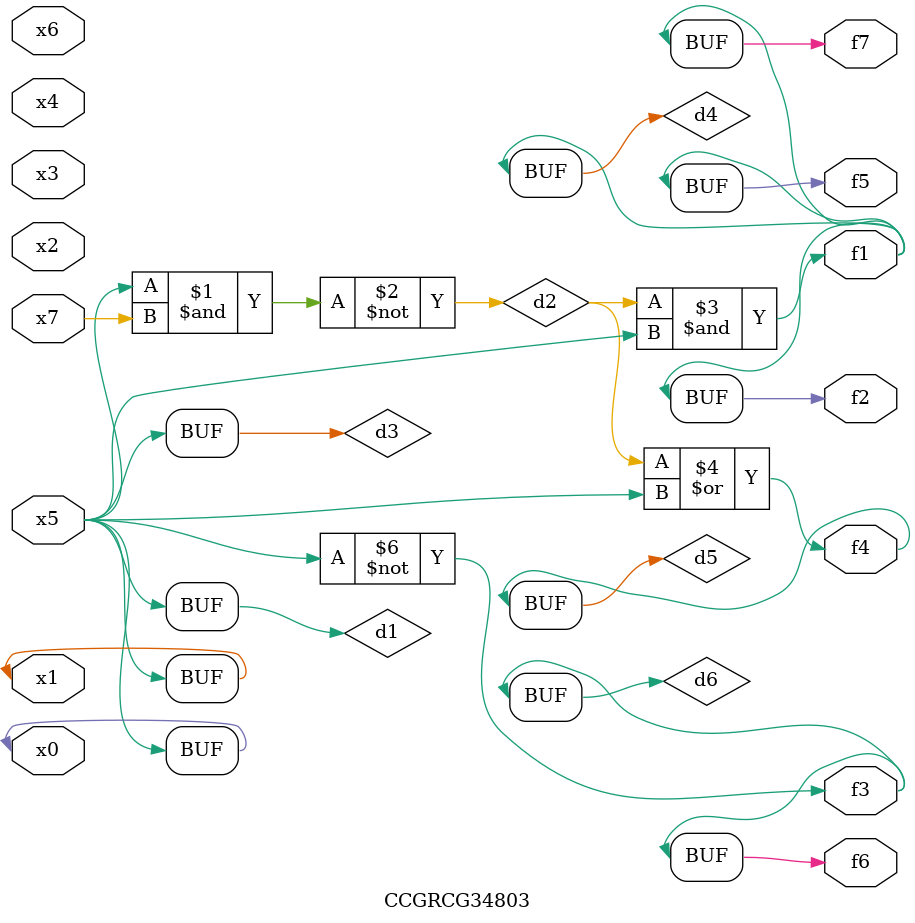
<source format=v>
module CCGRCG34803(
	input x0, x1, x2, x3, x4, x5, x6, x7,
	output f1, f2, f3, f4, f5, f6, f7
);

	wire d1, d2, d3, d4, d5, d6;

	buf (d1, x0, x5);
	nand (d2, x5, x7);
	buf (d3, x0, x1);
	and (d4, d2, d3);
	or (d5, d2, d3);
	nor (d6, d1, d3);
	assign f1 = d4;
	assign f2 = d4;
	assign f3 = d6;
	assign f4 = d5;
	assign f5 = d4;
	assign f6 = d6;
	assign f7 = d4;
endmodule

</source>
